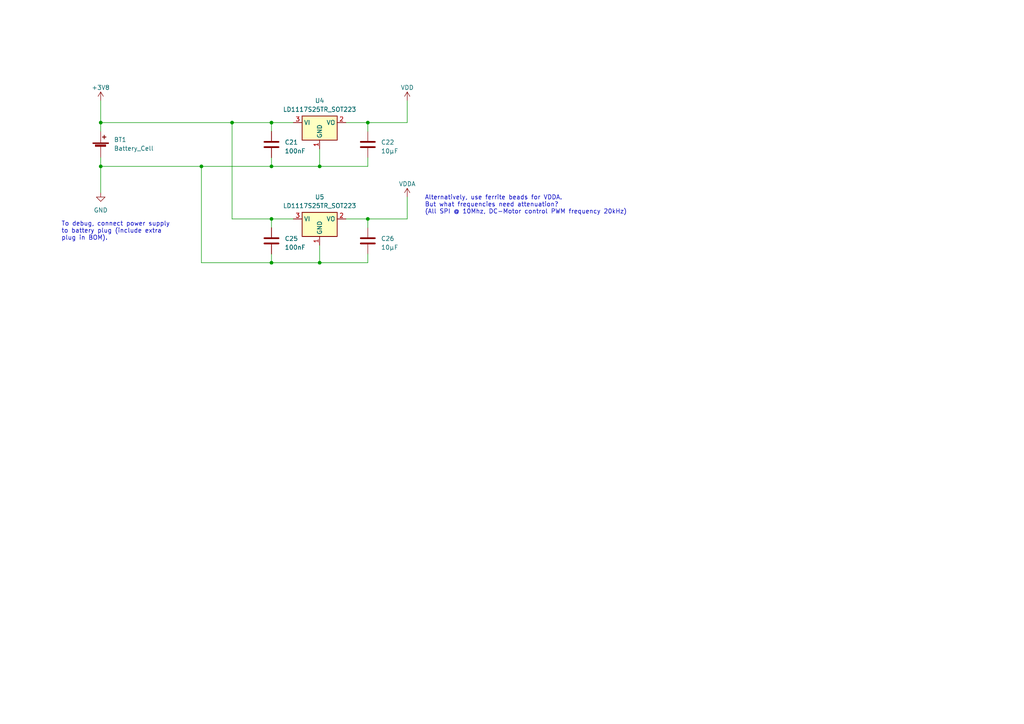
<source format=kicad_sch>
(kicad_sch (version 20230121) (generator eeschema)

  (uuid db08074d-0a56-4e71-af7c-25e95241aa0e)

  (paper "A4")

  (title_block
    (title "Lightweight drone - Power Distribution")
    (date "2024-09-29")
    (rev "V1")
  )

  (lib_symbols
    (symbol "Device:Battery_Cell" (pin_numbers hide) (pin_names (offset 0) hide) (in_bom yes) (on_board yes)
      (property "Reference" "BT" (at 2.54 2.54 0)
        (effects (font (size 1.27 1.27)) (justify left))
      )
      (property "Value" "Battery_Cell" (at 2.54 0 0)
        (effects (font (size 1.27 1.27)) (justify left))
      )
      (property "Footprint" "" (at 0 1.524 90)
        (effects (font (size 1.27 1.27)) hide)
      )
      (property "Datasheet" "~" (at 0 1.524 90)
        (effects (font (size 1.27 1.27)) hide)
      )
      (property "ki_keywords" "battery cell" (at 0 0 0)
        (effects (font (size 1.27 1.27)) hide)
      )
      (property "ki_description" "Single-cell battery" (at 0 0 0)
        (effects (font (size 1.27 1.27)) hide)
      )
      (symbol "Battery_Cell_0_1"
        (rectangle (start -2.286 1.778) (end 2.286 1.524)
          (stroke (width 0) (type default))
          (fill (type outline))
        )
        (rectangle (start -1.5748 1.1938) (end 1.4732 0.6858)
          (stroke (width 0) (type default))
          (fill (type outline))
        )
        (polyline
          (pts
            (xy 0 0.762)
            (xy 0 0)
          )
          (stroke (width 0) (type default))
          (fill (type none))
        )
        (polyline
          (pts
            (xy 0 1.778)
            (xy 0 2.54)
          )
          (stroke (width 0) (type default))
          (fill (type none))
        )
        (polyline
          (pts
            (xy 0.508 3.429)
            (xy 1.524 3.429)
          )
          (stroke (width 0.254) (type default))
          (fill (type none))
        )
        (polyline
          (pts
            (xy 1.016 3.937)
            (xy 1.016 2.921)
          )
          (stroke (width 0.254) (type default))
          (fill (type none))
        )
      )
      (symbol "Battery_Cell_1_1"
        (pin passive line (at 0 5.08 270) (length 2.54)
          (name "+" (effects (font (size 1.27 1.27))))
          (number "1" (effects (font (size 1.27 1.27))))
        )
        (pin passive line (at 0 -2.54 90) (length 2.54)
          (name "-" (effects (font (size 1.27 1.27))))
          (number "2" (effects (font (size 1.27 1.27))))
        )
      )
    )
    (symbol "Device:C" (pin_numbers hide) (pin_names (offset 0.254)) (in_bom yes) (on_board yes)
      (property "Reference" "C" (at 0.635 2.54 0)
        (effects (font (size 1.27 1.27)) (justify left))
      )
      (property "Value" "C" (at 0.635 -2.54 0)
        (effects (font (size 1.27 1.27)) (justify left))
      )
      (property "Footprint" "" (at 0.9652 -3.81 0)
        (effects (font (size 1.27 1.27)) hide)
      )
      (property "Datasheet" "~" (at 0 0 0)
        (effects (font (size 1.27 1.27)) hide)
      )
      (property "ki_keywords" "cap capacitor" (at 0 0 0)
        (effects (font (size 1.27 1.27)) hide)
      )
      (property "ki_description" "Unpolarized capacitor" (at 0 0 0)
        (effects (font (size 1.27 1.27)) hide)
      )
      (property "ki_fp_filters" "C_*" (at 0 0 0)
        (effects (font (size 1.27 1.27)) hide)
      )
      (symbol "C_0_1"
        (polyline
          (pts
            (xy -2.032 -0.762)
            (xy 2.032 -0.762)
          )
          (stroke (width 0.508) (type default))
          (fill (type none))
        )
        (polyline
          (pts
            (xy -2.032 0.762)
            (xy 2.032 0.762)
          )
          (stroke (width 0.508) (type default))
          (fill (type none))
        )
      )
      (symbol "C_1_1"
        (pin passive line (at 0 3.81 270) (length 2.794)
          (name "~" (effects (font (size 1.27 1.27))))
          (number "1" (effects (font (size 1.27 1.27))))
        )
        (pin passive line (at 0 -3.81 90) (length 2.794)
          (name "~" (effects (font (size 1.27 1.27))))
          (number "2" (effects (font (size 1.27 1.27))))
        )
      )
    )
    (symbol "Regulator_Linear:LD1117S25TR_SOT223" (in_bom yes) (on_board yes)
      (property "Reference" "U" (at -3.81 3.175 0)
        (effects (font (size 1.27 1.27)))
      )
      (property "Value" "LD1117S25TR_SOT223" (at 0 3.175 0)
        (effects (font (size 1.27 1.27)) (justify left))
      )
      (property "Footprint" "Package_TO_SOT_SMD:SOT-223-3_TabPin2" (at 0 5.08 0)
        (effects (font (size 1.27 1.27)) hide)
      )
      (property "Datasheet" "http://www.st.com/st-web-ui/static/active/en/resource/technical/document/datasheet/CD00000544.pdf" (at 2.54 -6.35 0)
        (effects (font (size 1.27 1.27)) hide)
      )
      (property "ki_keywords" "REGULATOR LDO 2.5V" (at 0 0 0)
        (effects (font (size 1.27 1.27)) hide)
      )
      (property "ki_description" "800mA Fixed Low Drop Positive Voltage Regulator, Fixed Output 2.5V, SOT-223" (at 0 0 0)
        (effects (font (size 1.27 1.27)) hide)
      )
      (property "ki_fp_filters" "SOT?223*TabPin2*" (at 0 0 0)
        (effects (font (size 1.27 1.27)) hide)
      )
      (symbol "LD1117S25TR_SOT223_0_1"
        (rectangle (start -5.08 -5.08) (end 5.08 1.905)
          (stroke (width 0.254) (type default))
          (fill (type background))
        )
      )
      (symbol "LD1117S25TR_SOT223_1_1"
        (pin power_in line (at 0 -7.62 90) (length 2.54)
          (name "GND" (effects (font (size 1.27 1.27))))
          (number "1" (effects (font (size 1.27 1.27))))
        )
        (pin power_out line (at 7.62 0 180) (length 2.54)
          (name "VO" (effects (font (size 1.27 1.27))))
          (number "2" (effects (font (size 1.27 1.27))))
        )
        (pin power_in line (at -7.62 0 0) (length 2.54)
          (name "VI" (effects (font (size 1.27 1.27))))
          (number "3" (effects (font (size 1.27 1.27))))
        )
      )
    )
    (symbol "power:+3V8" (power) (pin_names (offset 0)) (in_bom yes) (on_board yes)
      (property "Reference" "#PWR" (at 0 -3.81 0)
        (effects (font (size 1.27 1.27)) hide)
      )
      (property "Value" "+3V8" (at 0 3.556 0)
        (effects (font (size 1.27 1.27)))
      )
      (property "Footprint" "" (at 0 0 0)
        (effects (font (size 1.27 1.27)) hide)
      )
      (property "Datasheet" "" (at 0 0 0)
        (effects (font (size 1.27 1.27)) hide)
      )
      (property "ki_keywords" "global power" (at 0 0 0)
        (effects (font (size 1.27 1.27)) hide)
      )
      (property "ki_description" "Power symbol creates a global label with name \"+3V8\"" (at 0 0 0)
        (effects (font (size 1.27 1.27)) hide)
      )
      (symbol "+3V8_0_1"
        (polyline
          (pts
            (xy -0.762 1.27)
            (xy 0 2.54)
          )
          (stroke (width 0) (type default))
          (fill (type none))
        )
        (polyline
          (pts
            (xy 0 0)
            (xy 0 2.54)
          )
          (stroke (width 0) (type default))
          (fill (type none))
        )
        (polyline
          (pts
            (xy 0 2.54)
            (xy 0.762 1.27)
          )
          (stroke (width 0) (type default))
          (fill (type none))
        )
      )
      (symbol "+3V8_1_1"
        (pin power_in line (at 0 0 90) (length 0) hide
          (name "+3V8" (effects (font (size 1.27 1.27))))
          (number "1" (effects (font (size 1.27 1.27))))
        )
      )
    )
    (symbol "power:GND" (power) (pin_names (offset 0)) (in_bom yes) (on_board yes)
      (property "Reference" "#PWR" (at 0 -6.35 0)
        (effects (font (size 1.27 1.27)) hide)
      )
      (property "Value" "GND" (at 0 -3.81 0)
        (effects (font (size 1.27 1.27)))
      )
      (property "Footprint" "" (at 0 0 0)
        (effects (font (size 1.27 1.27)) hide)
      )
      (property "Datasheet" "" (at 0 0 0)
        (effects (font (size 1.27 1.27)) hide)
      )
      (property "ki_keywords" "global power" (at 0 0 0)
        (effects (font (size 1.27 1.27)) hide)
      )
      (property "ki_description" "Power symbol creates a global label with name \"GND\" , ground" (at 0 0 0)
        (effects (font (size 1.27 1.27)) hide)
      )
      (symbol "GND_0_1"
        (polyline
          (pts
            (xy 0 0)
            (xy 0 -1.27)
            (xy 1.27 -1.27)
            (xy 0 -2.54)
            (xy -1.27 -1.27)
            (xy 0 -1.27)
          )
          (stroke (width 0) (type default))
          (fill (type none))
        )
      )
      (symbol "GND_1_1"
        (pin power_in line (at 0 0 270) (length 0) hide
          (name "GND" (effects (font (size 1.27 1.27))))
          (number "1" (effects (font (size 1.27 1.27))))
        )
      )
    )
    (symbol "power:VDD" (power) (pin_names (offset 0)) (in_bom yes) (on_board yes)
      (property "Reference" "#PWR" (at 0 -3.81 0)
        (effects (font (size 1.27 1.27)) hide)
      )
      (property "Value" "VDD" (at 0 3.81 0)
        (effects (font (size 1.27 1.27)))
      )
      (property "Footprint" "" (at 0 0 0)
        (effects (font (size 1.27 1.27)) hide)
      )
      (property "Datasheet" "" (at 0 0 0)
        (effects (font (size 1.27 1.27)) hide)
      )
      (property "ki_keywords" "global power" (at 0 0 0)
        (effects (font (size 1.27 1.27)) hide)
      )
      (property "ki_description" "Power symbol creates a global label with name \"VDD\"" (at 0 0 0)
        (effects (font (size 1.27 1.27)) hide)
      )
      (symbol "VDD_0_1"
        (polyline
          (pts
            (xy -0.762 1.27)
            (xy 0 2.54)
          )
          (stroke (width 0) (type default))
          (fill (type none))
        )
        (polyline
          (pts
            (xy 0 0)
            (xy 0 2.54)
          )
          (stroke (width 0) (type default))
          (fill (type none))
        )
        (polyline
          (pts
            (xy 0 2.54)
            (xy 0.762 1.27)
          )
          (stroke (width 0) (type default))
          (fill (type none))
        )
      )
      (symbol "VDD_1_1"
        (pin power_in line (at 0 0 90) (length 0) hide
          (name "VDD" (effects (font (size 1.27 1.27))))
          (number "1" (effects (font (size 1.27 1.27))))
        )
      )
    )
    (symbol "power:VDDA" (power) (pin_names (offset 0)) (in_bom yes) (on_board yes)
      (property "Reference" "#PWR" (at 0 -3.81 0)
        (effects (font (size 1.27 1.27)) hide)
      )
      (property "Value" "VDDA" (at 0 3.81 0)
        (effects (font (size 1.27 1.27)))
      )
      (property "Footprint" "" (at 0 0 0)
        (effects (font (size 1.27 1.27)) hide)
      )
      (property "Datasheet" "" (at 0 0 0)
        (effects (font (size 1.27 1.27)) hide)
      )
      (property "ki_keywords" "global power" (at 0 0 0)
        (effects (font (size 1.27 1.27)) hide)
      )
      (property "ki_description" "Power symbol creates a global label with name \"VDDA\"" (at 0 0 0)
        (effects (font (size 1.27 1.27)) hide)
      )
      (symbol "VDDA_0_1"
        (polyline
          (pts
            (xy -0.762 1.27)
            (xy 0 2.54)
          )
          (stroke (width 0) (type default))
          (fill (type none))
        )
        (polyline
          (pts
            (xy 0 0)
            (xy 0 2.54)
          )
          (stroke (width 0) (type default))
          (fill (type none))
        )
        (polyline
          (pts
            (xy 0 2.54)
            (xy 0.762 1.27)
          )
          (stroke (width 0) (type default))
          (fill (type none))
        )
      )
      (symbol "VDDA_1_1"
        (pin power_in line (at 0 0 90) (length 0) hide
          (name "VDDA" (effects (font (size 1.27 1.27))))
          (number "1" (effects (font (size 1.27 1.27))))
        )
      )
    )
  )

  (junction (at 58.42 48.26) (diameter 0) (color 0 0 0 0)
    (uuid 0ff7c076-ca4b-4e64-b4f2-5ebf29759096)
  )
  (junction (at 78.74 48.26) (diameter 0) (color 0 0 0 0)
    (uuid 2743ecb5-d74a-443b-859a-3005883ab208)
  )
  (junction (at 106.68 63.5) (diameter 0) (color 0 0 0 0)
    (uuid 3c65a0bd-5037-4323-8214-d295a8321d8c)
  )
  (junction (at 92.71 76.2) (diameter 0) (color 0 0 0 0)
    (uuid 3ddf38cd-b984-46c3-9ba3-c4857fbb53aa)
  )
  (junction (at 78.74 76.2) (diameter 0) (color 0 0 0 0)
    (uuid 4a45b589-ed4a-46d2-9821-59a96771af3a)
  )
  (junction (at 106.68 35.56) (diameter 0) (color 0 0 0 0)
    (uuid 4c678c3a-79c5-481c-b1f2-bb7e5c838c32)
  )
  (junction (at 29.21 35.56) (diameter 0) (color 0 0 0 0)
    (uuid 4ce8f71d-53de-441d-b87a-50c245c645ba)
  )
  (junction (at 67.31 35.56) (diameter 0) (color 0 0 0 0)
    (uuid 9ed77be9-02b9-4ed5-a3aa-c39cfc587183)
  )
  (junction (at 92.71 48.26) (diameter 0) (color 0 0 0 0)
    (uuid a458fa73-b0d8-40bf-968c-fd526a096b72)
  )
  (junction (at 78.74 63.5) (diameter 0) (color 0 0 0 0)
    (uuid bb6519d1-673d-4ee7-81e5-b4e445968563)
  )
  (junction (at 29.21 48.26) (diameter 0) (color 0 0 0 0)
    (uuid d12a9e0b-d4bd-4f90-9d0b-7f288ddbcbdb)
  )
  (junction (at 78.74 35.56) (diameter 0) (color 0 0 0 0)
    (uuid df553cad-128d-4626-bc09-57c17e40d1ce)
  )

  (wire (pts (xy 106.68 63.5) (xy 106.68 66.04))
    (stroke (width 0) (type default))
    (uuid 072fbb7b-a5b0-4697-9cbf-80034fce4572)
  )
  (wire (pts (xy 106.68 63.5) (xy 118.11 63.5))
    (stroke (width 0) (type default))
    (uuid 07dd005f-6f4d-40ea-a8ec-d8e0953305c9)
  )
  (wire (pts (xy 78.74 73.66) (xy 78.74 76.2))
    (stroke (width 0) (type default))
    (uuid 0f6f1c7b-b289-47f6-98e1-ce21c259a38d)
  )
  (wire (pts (xy 78.74 76.2) (xy 92.71 76.2))
    (stroke (width 0) (type default))
    (uuid 1146d868-5ac2-4cd4-88e0-7d06feea55f5)
  )
  (wire (pts (xy 29.21 35.56) (xy 29.21 38.1))
    (stroke (width 0) (type default))
    (uuid 156e07dc-601f-4de4-a002-2cac875382e0)
  )
  (wire (pts (xy 29.21 35.56) (xy 67.31 35.56))
    (stroke (width 0) (type default))
    (uuid 162b04f7-8589-4a6b-940d-f2ef00dd2081)
  )
  (wire (pts (xy 100.33 35.56) (xy 106.68 35.56))
    (stroke (width 0) (type default))
    (uuid 1cd52e4d-fb82-4d16-99a7-2e9f0ac2f128)
  )
  (wire (pts (xy 118.11 29.21) (xy 118.11 35.56))
    (stroke (width 0) (type default))
    (uuid 23852acc-1114-4bbe-9031-0db962f244fc)
  )
  (wire (pts (xy 118.11 57.15) (xy 118.11 63.5))
    (stroke (width 0) (type default))
    (uuid 25094bb2-2f6e-43be-936e-28d1e7ac1533)
  )
  (wire (pts (xy 58.42 48.26) (xy 78.74 48.26))
    (stroke (width 0) (type default))
    (uuid 25da942a-2e2d-4aed-894c-e923dc0743cb)
  )
  (wire (pts (xy 29.21 48.26) (xy 58.42 48.26))
    (stroke (width 0) (type default))
    (uuid 2775f3e1-6113-4a35-8ed5-abac27b22c7a)
  )
  (wire (pts (xy 67.31 35.56) (xy 78.74 35.56))
    (stroke (width 0) (type default))
    (uuid 2c0a6f80-0304-44db-b3c9-610924697ec1)
  )
  (wire (pts (xy 106.68 35.56) (xy 118.11 35.56))
    (stroke (width 0) (type default))
    (uuid 2da4272d-3139-4d1f-a2f6-b4ceda5fc0cd)
  )
  (wire (pts (xy 106.68 73.66) (xy 106.68 76.2))
    (stroke (width 0) (type default))
    (uuid 2ef8654b-afa7-4300-9723-5189d5026190)
  )
  (wire (pts (xy 58.42 76.2) (xy 58.42 48.26))
    (stroke (width 0) (type default))
    (uuid 2f1a5608-7333-4b22-95cf-89a4d2abb218)
  )
  (wire (pts (xy 106.68 76.2) (xy 92.71 76.2))
    (stroke (width 0) (type default))
    (uuid 2f6017bc-f71c-4f8e-b8a2-101526bab703)
  )
  (wire (pts (xy 29.21 48.26) (xy 29.21 55.88))
    (stroke (width 0) (type default))
    (uuid 3fe639fa-4334-4354-8132-a62fca4fa888)
  )
  (wire (pts (xy 106.68 48.26) (xy 92.71 48.26))
    (stroke (width 0) (type default))
    (uuid 4308ecc4-2c2c-498c-af1d-125b5dbd13af)
  )
  (wire (pts (xy 78.74 76.2) (xy 58.42 76.2))
    (stroke (width 0) (type default))
    (uuid 4817925e-e946-46d1-aa54-28c314406660)
  )
  (wire (pts (xy 85.09 35.56) (xy 78.74 35.56))
    (stroke (width 0) (type default))
    (uuid 510c69e0-fa11-40a4-9e37-75ac65b90522)
  )
  (wire (pts (xy 85.09 63.5) (xy 78.74 63.5))
    (stroke (width 0) (type default))
    (uuid 59ec4a25-fa99-4665-b058-2a44d065280d)
  )
  (wire (pts (xy 78.74 63.5) (xy 67.31 63.5))
    (stroke (width 0) (type default))
    (uuid 5eb7ce6d-dbfc-4fe8-b94c-c734aa8a6913)
  )
  (wire (pts (xy 78.74 35.56) (xy 78.74 38.1))
    (stroke (width 0) (type default))
    (uuid 6ab5783a-8f98-461d-af5e-62c3376b2263)
  )
  (wire (pts (xy 106.68 45.72) (xy 106.68 48.26))
    (stroke (width 0) (type default))
    (uuid 6b4655d2-e6ea-4a86-b921-5cb520b9a429)
  )
  (wire (pts (xy 29.21 29.21) (xy 29.21 35.56))
    (stroke (width 0) (type default))
    (uuid 6cf5cee5-0cbf-4a9c-a7fe-8fe79f71e2c3)
  )
  (wire (pts (xy 78.74 48.26) (xy 92.71 48.26))
    (stroke (width 0) (type default))
    (uuid 6d85772c-324f-4cc0-b146-d6e2b0a8e120)
  )
  (wire (pts (xy 106.68 35.56) (xy 106.68 38.1))
    (stroke (width 0) (type default))
    (uuid 81b06589-3b67-4619-b53d-b6d846ea916d)
  )
  (wire (pts (xy 78.74 45.72) (xy 78.74 48.26))
    (stroke (width 0) (type default))
    (uuid 867a0e39-e8e2-4cb6-bd5d-09c74ed4eae4)
  )
  (wire (pts (xy 92.71 48.26) (xy 92.71 43.18))
    (stroke (width 0) (type default))
    (uuid 86f013df-c62a-448e-a1c1-b630025ed92c)
  )
  (wire (pts (xy 67.31 63.5) (xy 67.31 35.56))
    (stroke (width 0) (type default))
    (uuid 8b7ded1e-9173-4118-817b-569a6179c8ba)
  )
  (wire (pts (xy 100.33 63.5) (xy 106.68 63.5))
    (stroke (width 0) (type default))
    (uuid a8859175-0eec-4227-87e8-bccc9e769ac0)
  )
  (wire (pts (xy 92.71 76.2) (xy 92.71 71.12))
    (stroke (width 0) (type default))
    (uuid dbb1b64a-afc8-4737-9993-5f931874f848)
  )
  (wire (pts (xy 78.74 63.5) (xy 78.74 66.04))
    (stroke (width 0) (type default))
    (uuid e42fa337-4513-4fb0-91fe-b4269364bcfe)
  )
  (wire (pts (xy 29.21 45.72) (xy 29.21 48.26))
    (stroke (width 0) (type default))
    (uuid f8cc1ca2-3be4-4673-8065-c6e39809a502)
  )

  (text "To debug, connect power supply\nto battery plug (include extra \nplug in BOM)."
    (at 17.78 69.85 0)
    (effects (font (size 1.27 1.27)) (justify left bottom))
    (uuid 4d73f53a-2bfd-429b-abdb-0732649f8644)
  )
  (text "Alternatively, use ferrite beads for VDDA. \nBut what frequencies need attenuation?\n(All SPI @ 10Mhz, DC-Motor control PWM frequency 20kHz)"
    (at 123.19 62.23 0)
    (effects (font (size 1.27 1.27)) (justify left bottom))
    (uuid 5ce7b66f-40bf-47d1-85fb-addb8f80cc50)
  )

  (symbol (lib_id "Device:Battery_Cell") (at 29.21 43.18 0) (unit 1)
    (in_bom yes) (on_board yes) (dnp no) (fields_autoplaced)
    (uuid 26001c23-94ef-4d49-9e3c-56918ed861d4)
    (property "Reference" "BT1" (at 33.02 40.513 0)
      (effects (font (size 1.27 1.27)) (justify left))
    )
    (property "Value" "Battery_Cell" (at 33.02 43.053 0)
      (effects (font (size 1.27 1.27)) (justify left))
    )
    (property "Footprint" "" (at 29.21 41.656 90)
      (effects (font (size 1.27 1.27)) hide)
    )
    (property "Datasheet" "~" (at 29.21 41.656 90)
      (effects (font (size 1.27 1.27)) hide)
    )
    (pin "1" (uuid 2f210810-2663-43a0-8e11-c275f5e84533))
    (pin "2" (uuid f6fcb09d-3b2b-4ac3-888d-5f9e1c6cffae))
    (instances
      (project "Drone"
        (path "/d6a44ee0-63ef-480b-80a0-8972486ddf94/314fec36-ab69-487a-9749-14a22a489b4e"
          (reference "BT1") (unit 1)
        )
      )
    )
  )

  (symbol (lib_id "power:VDD") (at 118.11 29.21 0) (unit 1)
    (in_bom yes) (on_board yes) (dnp no) (fields_autoplaced)
    (uuid 3449f2cf-46a1-4db2-afd2-240f4ffeabf6)
    (property "Reference" "#PWR024" (at 118.11 33.02 0)
      (effects (font (size 1.27 1.27)) hide)
    )
    (property "Value" "VDD" (at 118.11 25.4 0)
      (effects (font (size 1.27 1.27)))
    )
    (property "Footprint" "" (at 118.11 29.21 0)
      (effects (font (size 1.27 1.27)) hide)
    )
    (property "Datasheet" "" (at 118.11 29.21 0)
      (effects (font (size 1.27 1.27)) hide)
    )
    (pin "1" (uuid 113c816e-5e9c-442b-a2d2-20863ad46cef))
    (instances
      (project "Drone"
        (path "/d6a44ee0-63ef-480b-80a0-8972486ddf94/314fec36-ab69-487a-9749-14a22a489b4e"
          (reference "#PWR024") (unit 1)
        )
      )
    )
  )

  (symbol (lib_id "Regulator_Linear:LD1117S25TR_SOT223") (at 92.71 63.5 0) (unit 1)
    (in_bom yes) (on_board yes) (dnp no) (fields_autoplaced)
    (uuid 5aec543c-3464-4c71-b921-4ff5290cdc9a)
    (property "Reference" "U5" (at 92.71 57.15 0)
      (effects (font (size 1.27 1.27)))
    )
    (property "Value" "LD1117S25TR_SOT223" (at 92.71 59.69 0)
      (effects (font (size 1.27 1.27)))
    )
    (property "Footprint" "Package_TO_SOT_SMD:SOT-223-3_TabPin2" (at 92.71 58.42 0)
      (effects (font (size 1.27 1.27)) hide)
    )
    (property "Datasheet" "http://www.st.com/st-web-ui/static/active/en/resource/technical/document/datasheet/CD00000544.pdf" (at 95.25 69.85 0)
      (effects (font (size 1.27 1.27)) hide)
    )
    (pin "1" (uuid e5c447e2-6839-42fc-87eb-ba39d38e4ff6))
    (pin "2" (uuid a380027d-192f-480c-9763-ea132f37b3e3))
    (pin "3" (uuid fdc84928-7775-4db2-92f1-44d021f3dbea))
    (instances
      (project "Drone"
        (path "/d6a44ee0-63ef-480b-80a0-8972486ddf94/314fec36-ab69-487a-9749-14a22a489b4e"
          (reference "U5") (unit 1)
        )
      )
    )
  )

  (symbol (lib_id "power:VDDA") (at 118.11 57.15 0) (unit 1)
    (in_bom yes) (on_board yes) (dnp no) (fields_autoplaced)
    (uuid cf05c1c1-b18e-4c6f-9e60-aaa31d3dcb62)
    (property "Reference" "#PWR028" (at 118.11 60.96 0)
      (effects (font (size 1.27 1.27)) hide)
    )
    (property "Value" "VDDA" (at 118.11 53.34 0)
      (effects (font (size 1.27 1.27)))
    )
    (property "Footprint" "" (at 118.11 57.15 0)
      (effects (font (size 1.27 1.27)) hide)
    )
    (property "Datasheet" "" (at 118.11 57.15 0)
      (effects (font (size 1.27 1.27)) hide)
    )
    (pin "1" (uuid 09284221-a837-415f-94af-7ec258cb6494))
    (instances
      (project "Drone"
        (path "/d6a44ee0-63ef-480b-80a0-8972486ddf94/314fec36-ab69-487a-9749-14a22a489b4e"
          (reference "#PWR028") (unit 1)
        )
      )
    )
  )

  (symbol (lib_id "Device:C") (at 78.74 69.85 0) (unit 1)
    (in_bom yes) (on_board yes) (dnp no) (fields_autoplaced)
    (uuid d928ba31-8b27-46ab-8c36-19782d8ba082)
    (property "Reference" "C25" (at 82.55 69.215 0)
      (effects (font (size 1.27 1.27)) (justify left))
    )
    (property "Value" "100nF" (at 82.55 71.755 0)
      (effects (font (size 1.27 1.27)) (justify left))
    )
    (property "Footprint" "" (at 79.7052 73.66 0)
      (effects (font (size 1.27 1.27)) hide)
    )
    (property "Datasheet" "~" (at 78.74 69.85 0)
      (effects (font (size 1.27 1.27)) hide)
    )
    (pin "1" (uuid c7427426-df6b-444d-8607-407198f5e006))
    (pin "2" (uuid 78968738-ae58-4d88-8eb4-bd111ab69591))
    (instances
      (project "Drone"
        (path "/d6a44ee0-63ef-480b-80a0-8972486ddf94/314fec36-ab69-487a-9749-14a22a489b4e"
          (reference "C25") (unit 1)
        )
      )
    )
  )

  (symbol (lib_id "Device:C") (at 106.68 41.91 0) (unit 1)
    (in_bom yes) (on_board yes) (dnp no) (fields_autoplaced)
    (uuid d9982c2d-7492-4702-bce6-0052662eaa82)
    (property "Reference" "C22" (at 110.49 41.275 0)
      (effects (font (size 1.27 1.27)) (justify left))
    )
    (property "Value" "10µF" (at 110.49 43.815 0)
      (effects (font (size 1.27 1.27)) (justify left))
    )
    (property "Footprint" "" (at 107.6452 45.72 0)
      (effects (font (size 1.27 1.27)) hide)
    )
    (property "Datasheet" "~" (at 106.68 41.91 0)
      (effects (font (size 1.27 1.27)) hide)
    )
    (pin "1" (uuid 08212ca1-e3a0-428d-b371-01f29fc107ec))
    (pin "2" (uuid 131bfe06-9bd1-4134-b13e-840d9eb1d8bd))
    (instances
      (project "Drone"
        (path "/d6a44ee0-63ef-480b-80a0-8972486ddf94/314fec36-ab69-487a-9749-14a22a489b4e"
          (reference "C22") (unit 1)
        )
      )
    )
  )

  (symbol (lib_id "Device:C") (at 78.74 41.91 0) (unit 1)
    (in_bom yes) (on_board yes) (dnp no) (fields_autoplaced)
    (uuid dc3af702-cf44-4787-a919-2e1f24e9a5a2)
    (property "Reference" "C21" (at 82.55 41.275 0)
      (effects (font (size 1.27 1.27)) (justify left))
    )
    (property "Value" "100nF" (at 82.55 43.815 0)
      (effects (font (size 1.27 1.27)) (justify left))
    )
    (property "Footprint" "" (at 79.7052 45.72 0)
      (effects (font (size 1.27 1.27)) hide)
    )
    (property "Datasheet" "~" (at 78.74 41.91 0)
      (effects (font (size 1.27 1.27)) hide)
    )
    (pin "1" (uuid 7b316cd8-8848-4bbd-9042-ea598d871ba2))
    (pin "2" (uuid df458618-6ced-41c3-aa6e-7add50bfd971))
    (instances
      (project "Drone"
        (path "/d6a44ee0-63ef-480b-80a0-8972486ddf94/314fec36-ab69-487a-9749-14a22a489b4e"
          (reference "C21") (unit 1)
        )
      )
    )
  )

  (symbol (lib_id "Device:C") (at 106.68 69.85 0) (unit 1)
    (in_bom yes) (on_board yes) (dnp no) (fields_autoplaced)
    (uuid e8dc929f-e6c0-4872-9119-94571de43a91)
    (property "Reference" "C26" (at 110.49 69.215 0)
      (effects (font (size 1.27 1.27)) (justify left))
    )
    (property "Value" "10µF" (at 110.49 71.755 0)
      (effects (font (size 1.27 1.27)) (justify left))
    )
    (property "Footprint" "" (at 107.6452 73.66 0)
      (effects (font (size 1.27 1.27)) hide)
    )
    (property "Datasheet" "~" (at 106.68 69.85 0)
      (effects (font (size 1.27 1.27)) hide)
    )
    (pin "1" (uuid e4786ea4-6d77-4871-9b77-02cb2f01661b))
    (pin "2" (uuid f0bc677a-6449-4aa4-a366-69aed091f1fd))
    (instances
      (project "Drone"
        (path "/d6a44ee0-63ef-480b-80a0-8972486ddf94/314fec36-ab69-487a-9749-14a22a489b4e"
          (reference "C26") (unit 1)
        )
      )
    )
  )

  (symbol (lib_id "power:+3V8") (at 29.21 29.21 0) (unit 1)
    (in_bom yes) (on_board yes) (dnp no) (fields_autoplaced)
    (uuid ec688293-60cc-4494-8ce3-e9bf216e48b7)
    (property "Reference" "#PWR023" (at 29.21 33.02 0)
      (effects (font (size 1.27 1.27)) hide)
    )
    (property "Value" "+3V8" (at 29.21 25.4 0)
      (effects (font (size 1.27 1.27)))
    )
    (property "Footprint" "" (at 29.21 29.21 0)
      (effects (font (size 1.27 1.27)) hide)
    )
    (property "Datasheet" "" (at 29.21 29.21 0)
      (effects (font (size 1.27 1.27)) hide)
    )
    (pin "1" (uuid 20a51858-3733-44fe-899d-8c56cd9105ed))
    (instances
      (project "Drone"
        (path "/d6a44ee0-63ef-480b-80a0-8972486ddf94/314fec36-ab69-487a-9749-14a22a489b4e"
          (reference "#PWR023") (unit 1)
        )
      )
    )
  )

  (symbol (lib_id "Regulator_Linear:LD1117S25TR_SOT223") (at 92.71 35.56 0) (unit 1)
    (in_bom yes) (on_board yes) (dnp no) (fields_autoplaced)
    (uuid f1f05f07-d529-4fc4-808d-90c8f2baa1f0)
    (property "Reference" "U4" (at 92.71 29.21 0)
      (effects (font (size 1.27 1.27)))
    )
    (property "Value" "LD1117S25TR_SOT223" (at 92.71 31.75 0)
      (effects (font (size 1.27 1.27)))
    )
    (property "Footprint" "Package_TO_SOT_SMD:SOT-223-3_TabPin2" (at 92.71 30.48 0)
      (effects (font (size 1.27 1.27)) hide)
    )
    (property "Datasheet" "http://www.st.com/st-web-ui/static/active/en/resource/technical/document/datasheet/CD00000544.pdf" (at 95.25 41.91 0)
      (effects (font (size 1.27 1.27)) hide)
    )
    (pin "1" (uuid b6d58348-e28c-46c4-9eeb-25a897de104e))
    (pin "2" (uuid bdd741f0-ed54-4203-818a-5b41dc25c437))
    (pin "3" (uuid 8486eabe-3f44-4c74-83f7-bdaff1b7c353))
    (instances
      (project "Drone"
        (path "/d6a44ee0-63ef-480b-80a0-8972486ddf94/314fec36-ab69-487a-9749-14a22a489b4e"
          (reference "U4") (unit 1)
        )
      )
    )
  )

  (symbol (lib_id "power:GND") (at 29.21 55.88 0) (unit 1)
    (in_bom yes) (on_board yes) (dnp no) (fields_autoplaced)
    (uuid fbc712ef-d99c-4852-a0f0-9c0a79d24565)
    (property "Reference" "#PWR025" (at 29.21 62.23 0)
      (effects (font (size 1.27 1.27)) hide)
    )
    (property "Value" "GND" (at 29.21 60.96 0)
      (effects (font (size 1.27 1.27)))
    )
    (property "Footprint" "" (at 29.21 55.88 0)
      (effects (font (size 1.27 1.27)) hide)
    )
    (property "Datasheet" "" (at 29.21 55.88 0)
      (effects (font (size 1.27 1.27)) hide)
    )
    (pin "1" (uuid 5b2bf8d0-a046-4927-87d7-78eb60194155))
    (instances
      (project "Drone"
        (path "/d6a44ee0-63ef-480b-80a0-8972486ddf94/314fec36-ab69-487a-9749-14a22a489b4e"
          (reference "#PWR025") (unit 1)
        )
      )
    )
  )
)

</source>
